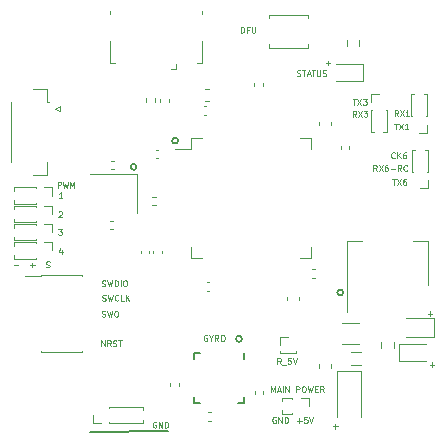
<source format=gbr>
%TF.GenerationSoftware,KiCad,Pcbnew,(6.0.5)*%
%TF.CreationDate,2022-08-04T14:13:52+02:00*%
%TF.ProjectId,DroneHardware,44726f6e-6548-4617-9264-776172652e6b,rev?*%
%TF.SameCoordinates,Original*%
%TF.FileFunction,Legend,Top*%
%TF.FilePolarity,Positive*%
%FSLAX46Y46*%
G04 Gerber Fmt 4.6, Leading zero omitted, Abs format (unit mm)*
G04 Created by KiCad (PCBNEW (6.0.5)) date 2022-08-04 14:13:52*
%MOMM*%
%LPD*%
G01*
G04 APERTURE LIST*
%ADD10C,0.100000*%
%ADD11C,0.150000*%
%ADD12C,0.120000*%
G04 APERTURE END LIST*
D10*
X154719523Y-87585714D02*
X155100476Y-87585714D01*
X154910000Y-87776190D02*
X154910000Y-87395238D01*
X155359523Y-118355714D02*
X155740476Y-118355714D01*
X155550000Y-118546190D02*
X155550000Y-118165238D01*
X163349523Y-108805714D02*
X163730476Y-108805714D01*
X163540000Y-108996190D02*
X163540000Y-108615238D01*
X163529523Y-113125714D02*
X163910476Y-113125714D01*
X163720000Y-113316190D02*
X163720000Y-112935238D01*
D11*
X147635964Y-110950000D02*
G75*
G03*
X147635964Y-110950000I-252982J0D01*
G01*
X156215964Y-107030000D02*
G75*
G03*
X156215964Y-107030000I-252982J0D01*
G01*
X138715964Y-96390000D02*
G75*
G03*
X138715964Y-96390000I-252982J0D01*
G01*
X142230000Y-94170000D02*
G75*
G03*
X142230000Y-94170000I-252982J0D01*
G01*
X134790000Y-118800000D02*
X141370000Y-118790000D01*
D10*
X147542857Y-85036190D02*
X147542857Y-84536190D01*
X147661904Y-84536190D01*
X147733333Y-84560000D01*
X147780952Y-84607619D01*
X147804761Y-84655238D01*
X147828571Y-84750476D01*
X147828571Y-84821904D01*
X147804761Y-84917142D01*
X147780952Y-84964761D01*
X147733333Y-85012380D01*
X147661904Y-85036190D01*
X147542857Y-85036190D01*
X148209523Y-84774285D02*
X148042857Y-84774285D01*
X148042857Y-85036190D02*
X148042857Y-84536190D01*
X148280952Y-84536190D01*
X148471428Y-84536190D02*
X148471428Y-84940952D01*
X148495238Y-84988571D01*
X148519047Y-85012380D01*
X148566666Y-85036190D01*
X148661904Y-85036190D01*
X148709523Y-85012380D01*
X148733333Y-84988571D01*
X148757142Y-84940952D01*
X148757142Y-84536190D01*
X132027619Y-98156190D02*
X132027619Y-97656190D01*
X132218095Y-97656190D01*
X132265714Y-97680000D01*
X132289523Y-97703809D01*
X132313333Y-97751428D01*
X132313333Y-97822857D01*
X132289523Y-97870476D01*
X132265714Y-97894285D01*
X132218095Y-97918095D01*
X132027619Y-97918095D01*
X132480000Y-97656190D02*
X132599047Y-98156190D01*
X132694285Y-97799047D01*
X132789523Y-98156190D01*
X132908571Y-97656190D01*
X133099047Y-98156190D02*
X133099047Y-97656190D01*
X133265714Y-98013333D01*
X133432380Y-97656190D01*
X133432380Y-98156190D01*
X160530952Y-92726190D02*
X160816666Y-92726190D01*
X160673809Y-93226190D02*
X160673809Y-92726190D01*
X160935714Y-92726190D02*
X161269047Y-93226190D01*
X161269047Y-92726190D02*
X160935714Y-93226190D01*
X161721428Y-93226190D02*
X161435714Y-93226190D01*
X161578571Y-93226190D02*
X161578571Y-92726190D01*
X161530952Y-92797619D01*
X161483333Y-92845238D01*
X161435714Y-92869047D01*
X160576666Y-95618571D02*
X160552857Y-95642380D01*
X160481428Y-95666190D01*
X160433809Y-95666190D01*
X160362380Y-95642380D01*
X160314761Y-95594761D01*
X160290952Y-95547142D01*
X160267142Y-95451904D01*
X160267142Y-95380476D01*
X160290952Y-95285238D01*
X160314761Y-95237619D01*
X160362380Y-95190000D01*
X160433809Y-95166190D01*
X160481428Y-95166190D01*
X160552857Y-95190000D01*
X160576666Y-95213809D01*
X160790952Y-95666190D02*
X160790952Y-95166190D01*
X161076666Y-95666190D02*
X160862380Y-95380476D01*
X161076666Y-95166190D02*
X160790952Y-95451904D01*
X161505238Y-95166190D02*
X161410000Y-95166190D01*
X161362380Y-95190000D01*
X161338571Y-95213809D01*
X161290952Y-95285238D01*
X161267142Y-95380476D01*
X161267142Y-95570952D01*
X161290952Y-95618571D01*
X161314761Y-95642380D01*
X161362380Y-95666190D01*
X161457619Y-95666190D01*
X161505238Y-95642380D01*
X161529047Y-95618571D01*
X161552857Y-95570952D01*
X161552857Y-95451904D01*
X161529047Y-95404285D01*
X161505238Y-95380476D01*
X161457619Y-95356666D01*
X161362380Y-95356666D01*
X161314761Y-95380476D01*
X161290952Y-95404285D01*
X161267142Y-95451904D01*
X135819047Y-107702380D02*
X135890476Y-107726190D01*
X136009523Y-107726190D01*
X136057142Y-107702380D01*
X136080952Y-107678571D01*
X136104761Y-107630952D01*
X136104761Y-107583333D01*
X136080952Y-107535714D01*
X136057142Y-107511904D01*
X136009523Y-107488095D01*
X135914285Y-107464285D01*
X135866666Y-107440476D01*
X135842857Y-107416666D01*
X135819047Y-107369047D01*
X135819047Y-107321428D01*
X135842857Y-107273809D01*
X135866666Y-107250000D01*
X135914285Y-107226190D01*
X136033333Y-107226190D01*
X136104761Y-107250000D01*
X136271428Y-107226190D02*
X136390476Y-107726190D01*
X136485714Y-107369047D01*
X136580952Y-107726190D01*
X136700000Y-107226190D01*
X137176190Y-107678571D02*
X137152380Y-107702380D01*
X137080952Y-107726190D01*
X137033333Y-107726190D01*
X136961904Y-107702380D01*
X136914285Y-107654761D01*
X136890476Y-107607142D01*
X136866666Y-107511904D01*
X136866666Y-107440476D01*
X136890476Y-107345238D01*
X136914285Y-107297619D01*
X136961904Y-107250000D01*
X137033333Y-107226190D01*
X137080952Y-107226190D01*
X137152380Y-107250000D01*
X137176190Y-107273809D01*
X137628571Y-107726190D02*
X137390476Y-107726190D01*
X137390476Y-107226190D01*
X137795238Y-107726190D02*
X137795238Y-107226190D01*
X138080952Y-107726190D02*
X137866666Y-107440476D01*
X138080952Y-107226190D02*
X137795238Y-107511904D01*
X152307142Y-117875714D02*
X152688095Y-117875714D01*
X152497619Y-118066190D02*
X152497619Y-117685238D01*
X153164285Y-117566190D02*
X152926190Y-117566190D01*
X152902380Y-117804285D01*
X152926190Y-117780476D01*
X152973809Y-117756666D01*
X153092857Y-117756666D01*
X153140476Y-117780476D01*
X153164285Y-117804285D01*
X153188095Y-117851904D01*
X153188095Y-117970952D01*
X153164285Y-118018571D01*
X153140476Y-118042380D01*
X153092857Y-118066190D01*
X152973809Y-118066190D01*
X152926190Y-118042380D01*
X152902380Y-118018571D01*
X153330952Y-117566190D02*
X153497619Y-118066190D01*
X153664285Y-117566190D01*
X135790476Y-106482380D02*
X135861904Y-106506190D01*
X135980952Y-106506190D01*
X136028571Y-106482380D01*
X136052380Y-106458571D01*
X136076190Y-106410952D01*
X136076190Y-106363333D01*
X136052380Y-106315714D01*
X136028571Y-106291904D01*
X135980952Y-106268095D01*
X135885714Y-106244285D01*
X135838095Y-106220476D01*
X135814285Y-106196666D01*
X135790476Y-106149047D01*
X135790476Y-106101428D01*
X135814285Y-106053809D01*
X135838095Y-106030000D01*
X135885714Y-106006190D01*
X136004761Y-106006190D01*
X136076190Y-106030000D01*
X136242857Y-106006190D02*
X136361904Y-106506190D01*
X136457142Y-106149047D01*
X136552380Y-106506190D01*
X136671428Y-106006190D01*
X136861904Y-106506190D02*
X136861904Y-106006190D01*
X136980952Y-106006190D01*
X137052380Y-106030000D01*
X137100000Y-106077619D01*
X137123809Y-106125238D01*
X137147619Y-106220476D01*
X137147619Y-106291904D01*
X137123809Y-106387142D01*
X137100000Y-106434761D01*
X137052380Y-106482380D01*
X136980952Y-106506190D01*
X136861904Y-106506190D01*
X137361904Y-106506190D02*
X137361904Y-106006190D01*
X137695238Y-106006190D02*
X137790476Y-106006190D01*
X137838095Y-106030000D01*
X137885714Y-106077619D01*
X137909523Y-106172857D01*
X137909523Y-106339523D01*
X137885714Y-106434761D01*
X137838095Y-106482380D01*
X137790476Y-106506190D01*
X137695238Y-106506190D01*
X137647619Y-106482380D01*
X137600000Y-106434761D01*
X137576190Y-106339523D01*
X137576190Y-106172857D01*
X137600000Y-106077619D01*
X137647619Y-106030000D01*
X137695238Y-106006190D01*
X150931904Y-113076190D02*
X150765238Y-112838095D01*
X150646190Y-113076190D02*
X150646190Y-112576190D01*
X150836666Y-112576190D01*
X150884285Y-112600000D01*
X150908095Y-112623809D01*
X150931904Y-112671428D01*
X150931904Y-112742857D01*
X150908095Y-112790476D01*
X150884285Y-112814285D01*
X150836666Y-112838095D01*
X150646190Y-112838095D01*
X151027142Y-113123809D02*
X151408095Y-113123809D01*
X151765238Y-112576190D02*
X151527142Y-112576190D01*
X151503333Y-112814285D01*
X151527142Y-112790476D01*
X151574761Y-112766666D01*
X151693809Y-112766666D01*
X151741428Y-112790476D01*
X151765238Y-112814285D01*
X151789047Y-112861904D01*
X151789047Y-112980952D01*
X151765238Y-113028571D01*
X151741428Y-113052380D01*
X151693809Y-113076190D01*
X151574761Y-113076190D01*
X151527142Y-113052380D01*
X151503333Y-113028571D01*
X151931904Y-112576190D02*
X152098571Y-113076190D01*
X152265238Y-112576190D01*
X150489047Y-117600000D02*
X150441428Y-117576190D01*
X150370000Y-117576190D01*
X150298571Y-117600000D01*
X150250952Y-117647619D01*
X150227142Y-117695238D01*
X150203333Y-117790476D01*
X150203333Y-117861904D01*
X150227142Y-117957142D01*
X150250952Y-118004761D01*
X150298571Y-118052380D01*
X150370000Y-118076190D01*
X150417619Y-118076190D01*
X150489047Y-118052380D01*
X150512857Y-118028571D01*
X150512857Y-117861904D01*
X150417619Y-117861904D01*
X150727142Y-118076190D02*
X150727142Y-117576190D01*
X151012857Y-118076190D01*
X151012857Y-117576190D01*
X151250952Y-118076190D02*
X151250952Y-117576190D01*
X151370000Y-117576190D01*
X151441428Y-117600000D01*
X151489047Y-117647619D01*
X151512857Y-117695238D01*
X151536666Y-117790476D01*
X151536666Y-117861904D01*
X151512857Y-117957142D01*
X151489047Y-118004761D01*
X151441428Y-118052380D01*
X151370000Y-118076190D01*
X151250952Y-118076190D01*
X157000952Y-90636190D02*
X157286666Y-90636190D01*
X157143809Y-91136190D02*
X157143809Y-90636190D01*
X157405714Y-90636190D02*
X157739047Y-91136190D01*
X157739047Y-90636190D02*
X157405714Y-91136190D01*
X157881904Y-90636190D02*
X158191428Y-90636190D01*
X158024761Y-90826666D01*
X158096190Y-90826666D01*
X158143809Y-90850476D01*
X158167619Y-90874285D01*
X158191428Y-90921904D01*
X158191428Y-91040952D01*
X158167619Y-91088571D01*
X158143809Y-91112380D01*
X158096190Y-91136190D01*
X157953333Y-91136190D01*
X157905714Y-91112380D01*
X157881904Y-91088571D01*
X160838571Y-92086190D02*
X160671904Y-91848095D01*
X160552857Y-92086190D02*
X160552857Y-91586190D01*
X160743333Y-91586190D01*
X160790952Y-91610000D01*
X160814761Y-91633809D01*
X160838571Y-91681428D01*
X160838571Y-91752857D01*
X160814761Y-91800476D01*
X160790952Y-91824285D01*
X160743333Y-91848095D01*
X160552857Y-91848095D01*
X161005238Y-91586190D02*
X161338571Y-92086190D01*
X161338571Y-91586190D02*
X161005238Y-92086190D01*
X161790952Y-92086190D02*
X161505238Y-92086190D01*
X161648095Y-92086190D02*
X161648095Y-91586190D01*
X161600476Y-91657619D01*
X161552857Y-91705238D01*
X161505238Y-91729047D01*
X132083333Y-101656190D02*
X132392857Y-101656190D01*
X132226190Y-101846666D01*
X132297619Y-101846666D01*
X132345238Y-101870476D01*
X132369047Y-101894285D01*
X132392857Y-101941904D01*
X132392857Y-102060952D01*
X132369047Y-102108571D01*
X132345238Y-102132380D01*
X132297619Y-102156190D01*
X132154761Y-102156190D01*
X132107142Y-102132380D01*
X132083333Y-102108571D01*
X150083809Y-115476190D02*
X150083809Y-114976190D01*
X150250476Y-115333333D01*
X150417142Y-114976190D01*
X150417142Y-115476190D01*
X150631428Y-115333333D02*
X150869523Y-115333333D01*
X150583809Y-115476190D02*
X150750476Y-114976190D01*
X150917142Y-115476190D01*
X151083809Y-115476190D02*
X151083809Y-114976190D01*
X151321904Y-115476190D02*
X151321904Y-114976190D01*
X151607619Y-115476190D01*
X151607619Y-114976190D01*
X152226666Y-115476190D02*
X152226666Y-114976190D01*
X152417142Y-114976190D01*
X152464761Y-115000000D01*
X152488571Y-115023809D01*
X152512380Y-115071428D01*
X152512380Y-115142857D01*
X152488571Y-115190476D01*
X152464761Y-115214285D01*
X152417142Y-115238095D01*
X152226666Y-115238095D01*
X152821904Y-114976190D02*
X152917142Y-114976190D01*
X152964761Y-115000000D01*
X153012380Y-115047619D01*
X153036190Y-115142857D01*
X153036190Y-115309523D01*
X153012380Y-115404761D01*
X152964761Y-115452380D01*
X152917142Y-115476190D01*
X152821904Y-115476190D01*
X152774285Y-115452380D01*
X152726666Y-115404761D01*
X152702857Y-115309523D01*
X152702857Y-115142857D01*
X152726666Y-115047619D01*
X152774285Y-115000000D01*
X152821904Y-114976190D01*
X153202857Y-114976190D02*
X153321904Y-115476190D01*
X153417142Y-115119047D01*
X153512380Y-115476190D01*
X153631428Y-114976190D01*
X153821904Y-115214285D02*
X153988571Y-115214285D01*
X154060000Y-115476190D02*
X153821904Y-115476190D01*
X153821904Y-114976190D01*
X154060000Y-114976190D01*
X154560000Y-115476190D02*
X154393333Y-115238095D01*
X154274285Y-115476190D02*
X154274285Y-114976190D01*
X154464761Y-114976190D01*
X154512380Y-115000000D01*
X154536190Y-115023809D01*
X154560000Y-115071428D01*
X154560000Y-115142857D01*
X154536190Y-115190476D01*
X154512380Y-115214285D01*
X154464761Y-115238095D01*
X154274285Y-115238095D01*
X132375238Y-103432857D02*
X132375238Y-103766190D01*
X132256190Y-103242380D02*
X132137142Y-103599523D01*
X132446666Y-103599523D01*
X140359047Y-118000000D02*
X140311428Y-117976190D01*
X140240000Y-117976190D01*
X140168571Y-118000000D01*
X140120952Y-118047619D01*
X140097142Y-118095238D01*
X140073333Y-118190476D01*
X140073333Y-118261904D01*
X140097142Y-118357142D01*
X140120952Y-118404761D01*
X140168571Y-118452380D01*
X140240000Y-118476190D01*
X140287619Y-118476190D01*
X140359047Y-118452380D01*
X140382857Y-118428571D01*
X140382857Y-118261904D01*
X140287619Y-118261904D01*
X140597142Y-118476190D02*
X140597142Y-117976190D01*
X140882857Y-118476190D01*
X140882857Y-117976190D01*
X141120952Y-118476190D02*
X141120952Y-117976190D01*
X141240000Y-117976190D01*
X141311428Y-118000000D01*
X141359047Y-118047619D01*
X141382857Y-118095238D01*
X141406666Y-118190476D01*
X141406666Y-118261904D01*
X141382857Y-118357142D01*
X141359047Y-118404761D01*
X141311428Y-118452380D01*
X141240000Y-118476190D01*
X141120952Y-118476190D01*
X128320000Y-104705714D02*
X128700952Y-104705714D01*
X129700952Y-104705714D02*
X130081904Y-104705714D01*
X129891428Y-104896190D02*
X129891428Y-104515238D01*
X131058095Y-104872380D02*
X131129523Y-104896190D01*
X131248571Y-104896190D01*
X131296190Y-104872380D01*
X131320000Y-104848571D01*
X131343809Y-104800952D01*
X131343809Y-104753333D01*
X131320000Y-104705714D01*
X131296190Y-104681904D01*
X131248571Y-104658095D01*
X131153333Y-104634285D01*
X131105714Y-104610476D01*
X131081904Y-104586666D01*
X131058095Y-104539047D01*
X131058095Y-104491428D01*
X131081904Y-104443809D01*
X131105714Y-104420000D01*
X131153333Y-104396190D01*
X131272380Y-104396190D01*
X131343809Y-104420000D01*
X144684761Y-110640000D02*
X144637142Y-110616190D01*
X144565714Y-110616190D01*
X144494285Y-110640000D01*
X144446666Y-110687619D01*
X144422857Y-110735238D01*
X144399047Y-110830476D01*
X144399047Y-110901904D01*
X144422857Y-110997142D01*
X144446666Y-111044761D01*
X144494285Y-111092380D01*
X144565714Y-111116190D01*
X144613333Y-111116190D01*
X144684761Y-111092380D01*
X144708571Y-111068571D01*
X144708571Y-110901904D01*
X144613333Y-110901904D01*
X145018095Y-110878095D02*
X145018095Y-111116190D01*
X144851428Y-110616190D02*
X145018095Y-110878095D01*
X145184761Y-110616190D01*
X145637142Y-111116190D02*
X145470476Y-110878095D01*
X145351428Y-111116190D02*
X145351428Y-110616190D01*
X145541904Y-110616190D01*
X145589523Y-110640000D01*
X145613333Y-110663809D01*
X145637142Y-110711428D01*
X145637142Y-110782857D01*
X145613333Y-110830476D01*
X145589523Y-110854285D01*
X145541904Y-110878095D01*
X145351428Y-110878095D01*
X145946666Y-110616190D02*
X146041904Y-110616190D01*
X146089523Y-110640000D01*
X146137142Y-110687619D01*
X146160952Y-110782857D01*
X146160952Y-110949523D01*
X146137142Y-111044761D01*
X146089523Y-111092380D01*
X146041904Y-111116190D01*
X145946666Y-111116190D01*
X145899047Y-111092380D01*
X145851428Y-111044761D01*
X145827619Y-110949523D01*
X145827619Y-110782857D01*
X145851428Y-110687619D01*
X145899047Y-110640000D01*
X145946666Y-110616190D01*
X157308571Y-92146190D02*
X157141904Y-91908095D01*
X157022857Y-92146190D02*
X157022857Y-91646190D01*
X157213333Y-91646190D01*
X157260952Y-91670000D01*
X157284761Y-91693809D01*
X157308571Y-91741428D01*
X157308571Y-91812857D01*
X157284761Y-91860476D01*
X157260952Y-91884285D01*
X157213333Y-91908095D01*
X157022857Y-91908095D01*
X157475238Y-91646190D02*
X157808571Y-92146190D01*
X157808571Y-91646190D02*
X157475238Y-92146190D01*
X157951428Y-91646190D02*
X158260952Y-91646190D01*
X158094285Y-91836666D01*
X158165714Y-91836666D01*
X158213333Y-91860476D01*
X158237142Y-91884285D01*
X158260952Y-91931904D01*
X158260952Y-92050952D01*
X158237142Y-92098571D01*
X158213333Y-92122380D01*
X158165714Y-92146190D01*
X158022857Y-92146190D01*
X157975238Y-92122380D01*
X157951428Y-92098571D01*
X160370952Y-97416190D02*
X160656666Y-97416190D01*
X160513809Y-97916190D02*
X160513809Y-97416190D01*
X160775714Y-97416190D02*
X161109047Y-97916190D01*
X161109047Y-97416190D02*
X160775714Y-97916190D01*
X161513809Y-97416190D02*
X161418571Y-97416190D01*
X161370952Y-97440000D01*
X161347142Y-97463809D01*
X161299523Y-97535238D01*
X161275714Y-97630476D01*
X161275714Y-97820952D01*
X161299523Y-97868571D01*
X161323333Y-97892380D01*
X161370952Y-97916190D01*
X161466190Y-97916190D01*
X161513809Y-97892380D01*
X161537619Y-97868571D01*
X161561428Y-97820952D01*
X161561428Y-97701904D01*
X161537619Y-97654285D01*
X161513809Y-97630476D01*
X161466190Y-97606666D01*
X161370952Y-97606666D01*
X161323333Y-97630476D01*
X161299523Y-97654285D01*
X161275714Y-97701904D01*
X132107142Y-100183809D02*
X132130952Y-100160000D01*
X132178571Y-100136190D01*
X132297619Y-100136190D01*
X132345238Y-100160000D01*
X132369047Y-100183809D01*
X132392857Y-100231428D01*
X132392857Y-100279047D01*
X132369047Y-100350476D01*
X132083333Y-100636190D01*
X132392857Y-100636190D01*
X135779523Y-109052380D02*
X135850952Y-109076190D01*
X135970000Y-109076190D01*
X136017619Y-109052380D01*
X136041428Y-109028571D01*
X136065238Y-108980952D01*
X136065238Y-108933333D01*
X136041428Y-108885714D01*
X136017619Y-108861904D01*
X135970000Y-108838095D01*
X135874761Y-108814285D01*
X135827142Y-108790476D01*
X135803333Y-108766666D01*
X135779523Y-108719047D01*
X135779523Y-108671428D01*
X135803333Y-108623809D01*
X135827142Y-108600000D01*
X135874761Y-108576190D01*
X135993809Y-108576190D01*
X136065238Y-108600000D01*
X136231904Y-108576190D02*
X136350952Y-109076190D01*
X136446190Y-108719047D01*
X136541428Y-109076190D01*
X136660476Y-108576190D01*
X136946190Y-108576190D02*
X137041428Y-108576190D01*
X137089047Y-108600000D01*
X137136666Y-108647619D01*
X137160476Y-108742857D01*
X137160476Y-108909523D01*
X137136666Y-109004761D01*
X137089047Y-109052380D01*
X137041428Y-109076190D01*
X136946190Y-109076190D01*
X136898571Y-109052380D01*
X136850952Y-109004761D01*
X136827142Y-108909523D01*
X136827142Y-108742857D01*
X136850952Y-108647619D01*
X136898571Y-108600000D01*
X136946190Y-108576190D01*
X159049047Y-96736190D02*
X158882380Y-96498095D01*
X158763333Y-96736190D02*
X158763333Y-96236190D01*
X158953809Y-96236190D01*
X159001428Y-96260000D01*
X159025238Y-96283809D01*
X159049047Y-96331428D01*
X159049047Y-96402857D01*
X159025238Y-96450476D01*
X159001428Y-96474285D01*
X158953809Y-96498095D01*
X158763333Y-96498095D01*
X159215714Y-96236190D02*
X159549047Y-96736190D01*
X159549047Y-96236190D02*
X159215714Y-96736190D01*
X159953809Y-96236190D02*
X159858571Y-96236190D01*
X159810952Y-96260000D01*
X159787142Y-96283809D01*
X159739523Y-96355238D01*
X159715714Y-96450476D01*
X159715714Y-96640952D01*
X159739523Y-96688571D01*
X159763333Y-96712380D01*
X159810952Y-96736190D01*
X159906190Y-96736190D01*
X159953809Y-96712380D01*
X159977619Y-96688571D01*
X160001428Y-96640952D01*
X160001428Y-96521904D01*
X159977619Y-96474285D01*
X159953809Y-96450476D01*
X159906190Y-96426666D01*
X159810952Y-96426666D01*
X159763333Y-96450476D01*
X159739523Y-96474285D01*
X159715714Y-96521904D01*
X160215714Y-96545714D02*
X160596666Y-96545714D01*
X161120476Y-96736190D02*
X160953809Y-96498095D01*
X160834761Y-96736190D02*
X160834761Y-96236190D01*
X161025238Y-96236190D01*
X161072857Y-96260000D01*
X161096666Y-96283809D01*
X161120476Y-96331428D01*
X161120476Y-96402857D01*
X161096666Y-96450476D01*
X161072857Y-96474285D01*
X161025238Y-96498095D01*
X160834761Y-96498095D01*
X161620476Y-96688571D02*
X161596666Y-96712380D01*
X161525238Y-96736190D01*
X161477619Y-96736190D01*
X161406190Y-96712380D01*
X161358571Y-96664761D01*
X161334761Y-96617142D01*
X161310952Y-96521904D01*
X161310952Y-96450476D01*
X161334761Y-96355238D01*
X161358571Y-96307619D01*
X161406190Y-96260000D01*
X161477619Y-96236190D01*
X161525238Y-96236190D01*
X161596666Y-96260000D01*
X161620476Y-96283809D01*
X135728571Y-111576190D02*
X135728571Y-111076190D01*
X136014285Y-111576190D01*
X136014285Y-111076190D01*
X136538095Y-111576190D02*
X136371428Y-111338095D01*
X136252380Y-111576190D02*
X136252380Y-111076190D01*
X136442857Y-111076190D01*
X136490476Y-111100000D01*
X136514285Y-111123809D01*
X136538095Y-111171428D01*
X136538095Y-111242857D01*
X136514285Y-111290476D01*
X136490476Y-111314285D01*
X136442857Y-111338095D01*
X136252380Y-111338095D01*
X136728571Y-111552380D02*
X136800000Y-111576190D01*
X136919047Y-111576190D01*
X136966666Y-111552380D01*
X136990476Y-111528571D01*
X137014285Y-111480952D01*
X137014285Y-111433333D01*
X136990476Y-111385714D01*
X136966666Y-111361904D01*
X136919047Y-111338095D01*
X136823809Y-111314285D01*
X136776190Y-111290476D01*
X136752380Y-111266666D01*
X136728571Y-111219047D01*
X136728571Y-111171428D01*
X136752380Y-111123809D01*
X136776190Y-111100000D01*
X136823809Y-111076190D01*
X136942857Y-111076190D01*
X137014285Y-111100000D01*
X137157142Y-111076190D02*
X137442857Y-111076190D01*
X137300000Y-111576190D02*
X137300000Y-111076190D01*
X132442857Y-99006190D02*
X132157142Y-99006190D01*
X132300000Y-99006190D02*
X132300000Y-98506190D01*
X132252380Y-98577619D01*
X132204761Y-98625238D01*
X132157142Y-98649047D01*
X152301904Y-88682380D02*
X152373333Y-88706190D01*
X152492380Y-88706190D01*
X152540000Y-88682380D01*
X152563809Y-88658571D01*
X152587619Y-88610952D01*
X152587619Y-88563333D01*
X152563809Y-88515714D01*
X152540000Y-88491904D01*
X152492380Y-88468095D01*
X152397142Y-88444285D01*
X152349523Y-88420476D01*
X152325714Y-88396666D01*
X152301904Y-88349047D01*
X152301904Y-88301428D01*
X152325714Y-88253809D01*
X152349523Y-88230000D01*
X152397142Y-88206190D01*
X152516190Y-88206190D01*
X152587619Y-88230000D01*
X152730476Y-88206190D02*
X153016190Y-88206190D01*
X152873333Y-88706190D02*
X152873333Y-88206190D01*
X153159047Y-88563333D02*
X153397142Y-88563333D01*
X153111428Y-88706190D02*
X153278095Y-88206190D01*
X153444761Y-88706190D01*
X153540000Y-88206190D02*
X153825714Y-88206190D01*
X153682857Y-88706190D02*
X153682857Y-88206190D01*
X153992380Y-88206190D02*
X153992380Y-88610952D01*
X154016190Y-88658571D01*
X154040000Y-88682380D01*
X154087619Y-88706190D01*
X154182857Y-88706190D01*
X154230476Y-88682380D01*
X154254285Y-88658571D01*
X154278095Y-88610952D01*
X154278095Y-88206190D01*
X154492380Y-88682380D02*
X154563809Y-88706190D01*
X154682857Y-88706190D01*
X154730476Y-88682380D01*
X154754285Y-88658571D01*
X154778095Y-88610952D01*
X154778095Y-88563333D01*
X154754285Y-88515714D01*
X154730476Y-88491904D01*
X154682857Y-88468095D01*
X154587619Y-88444285D01*
X154540000Y-88420476D01*
X154516190Y-88396666D01*
X154492380Y-88349047D01*
X154492380Y-88301428D01*
X154516190Y-88253809D01*
X154540000Y-88230000D01*
X154587619Y-88206190D01*
X154706666Y-88206190D01*
X154778095Y-88230000D01*
D12*
%TO.C,J208*%
X130205000Y-102765000D02*
X128330000Y-102765000D01*
X130890000Y-102765000D02*
X131575000Y-102765000D01*
X128330000Y-103854493D02*
X128330000Y-104155000D01*
X128330000Y-102765000D02*
X128330000Y-103065507D01*
X130205000Y-104068276D02*
X130205000Y-104155000D01*
X131575000Y-102765000D02*
X131575000Y-103460000D01*
X130205000Y-104155000D02*
X128330000Y-104155000D01*
X130205000Y-102765000D02*
X130205000Y-102851724D01*
%TO.C,C8*%
X144867836Y-106870000D02*
X144652164Y-106870000D01*
X144867836Y-106150000D02*
X144652164Y-106150000D01*
%TO.C,C5*%
X156740000Y-94877836D02*
X156740000Y-94662164D01*
X156020000Y-94877836D02*
X156020000Y-94662164D01*
%TO.C,R201*%
X140250000Y-90596359D02*
X140250000Y-90903641D01*
X139490000Y-90596359D02*
X139490000Y-90903641D01*
%TO.C,R1*%
X148680000Y-89583641D02*
X148680000Y-89276359D01*
X149440000Y-89583641D02*
X149440000Y-89276359D01*
%TO.C,VR101*%
X163370000Y-102660000D02*
X162110000Y-102660000D01*
X156550000Y-102660000D02*
X157810000Y-102660000D01*
X163370000Y-106420000D02*
X163370000Y-102660000D01*
X156550000Y-108670000D02*
X156550000Y-102660000D01*
%TO.C,C6*%
X144412164Y-91960000D02*
X144627836Y-91960000D01*
X144412164Y-91240000D02*
X144627836Y-91240000D01*
%TO.C,C12*%
X136502164Y-100970000D02*
X136717836Y-100970000D01*
X136502164Y-101690000D02*
X136717836Y-101690000D01*
%TO.C,C4*%
X153590164Y-105762000D02*
X153805836Y-105762000D01*
X153590164Y-105042000D02*
X153805836Y-105042000D01*
%TO.C,C317*%
X148710000Y-115402164D02*
X148710000Y-115617836D01*
X149430000Y-115402164D02*
X149430000Y-115617836D01*
%TO.C,Y1*%
X138750000Y-97030000D02*
X134750000Y-97030000D01*
X138750000Y-100330000D02*
X138750000Y-97030000D01*
%TO.C,J210*%
X163315000Y-92125000D02*
X163315000Y-90250000D01*
X162011724Y-92125000D02*
X161925000Y-92125000D01*
X161925000Y-92125000D02*
X161925000Y-90250000D01*
X163315000Y-92810000D02*
X163315000Y-93495000D01*
X163315000Y-92125000D02*
X163228276Y-92125000D01*
X163315000Y-93495000D02*
X162620000Y-93495000D01*
X162225507Y-90250000D02*
X161925000Y-90250000D01*
X163315000Y-90250000D02*
X163014493Y-90250000D01*
%TO.C,J202*%
X151040000Y-117014493D02*
X151040000Y-117315000D01*
X152600000Y-115925000D02*
X153285000Y-115925000D01*
X151915000Y-115925000D02*
X151915000Y-116011724D01*
X151915000Y-115925000D02*
X151040000Y-115925000D01*
X153285000Y-115925000D02*
X153285000Y-116620000D01*
X151040000Y-115925000D02*
X151040000Y-116225507D01*
X151915000Y-117228276D02*
X151915000Y-117315000D01*
X151915000Y-117315000D02*
X151040000Y-117315000D01*
D11*
%TO.C,U303*%
X143550000Y-112120000D02*
X144075000Y-112120000D01*
X147850000Y-116420000D02*
X147850000Y-115895000D01*
X147850000Y-116420000D02*
X147325000Y-116420000D01*
X143550000Y-112120000D02*
X143550000Y-112645000D01*
X147850000Y-112120000D02*
X147850000Y-112645000D01*
X143550000Y-116420000D02*
X144075000Y-116420000D01*
X143550000Y-116420000D02*
X143550000Y-115895000D01*
D12*
%TO.C,J201*%
X144260000Y-83162500D02*
X144260000Y-83412500D01*
X136460000Y-85712500D02*
X136460000Y-87562500D01*
X144260000Y-85712500D02*
X144260000Y-87562500D01*
X142060000Y-88112500D02*
X142060000Y-87662500D01*
X142060000Y-88112500D02*
X141610000Y-88112500D01*
X136460000Y-87562500D02*
X136910000Y-87562500D01*
X144260000Y-87562500D02*
X143810000Y-87562500D01*
X136460000Y-83162500D02*
X136460000Y-83412500D01*
%TO.C,C316*%
X141580000Y-114712164D02*
X141580000Y-114927836D01*
X142300000Y-114712164D02*
X142300000Y-114927836D01*
%TO.C,C1*%
X151466500Y-107399420D02*
X151466500Y-107680580D01*
X152486500Y-107399420D02*
X152486500Y-107680580D01*
%TO.C,J204*%
X131100000Y-97060000D02*
X131100000Y-95960000D01*
X132193553Y-91200000D02*
X131840000Y-91450000D01*
X128110000Y-90910000D02*
X128110000Y-95990000D01*
X131100000Y-89840000D02*
X131100000Y-90940000D01*
X132193553Y-91700000D02*
X132193553Y-91200000D01*
X131100000Y-90940000D02*
X131340000Y-90940000D01*
X129980000Y-89840000D02*
X131100000Y-89840000D01*
X131840000Y-91450000D02*
X132193553Y-91700000D01*
X129980000Y-97060000D02*
X131100000Y-97060000D01*
%TO.C,C9*%
X139080000Y-103502164D02*
X139080000Y-103717836D01*
X139800000Y-103502164D02*
X139800000Y-103717836D01*
%TO.C,D102*%
X163240000Y-111365000D02*
X160955000Y-111365000D01*
X160955000Y-111365000D02*
X160955000Y-112835000D01*
X160955000Y-112835000D02*
X163240000Y-112835000D01*
%TO.C,J207*%
X130205000Y-101225000D02*
X128330000Y-101225000D01*
X128330000Y-102314493D02*
X128330000Y-102615000D01*
X131575000Y-101225000D02*
X131575000Y-101920000D01*
X130205000Y-102528276D02*
X130205000Y-102615000D01*
X128330000Y-101225000D02*
X128330000Y-101525507D01*
X130205000Y-101225000D02*
X130205000Y-101311724D01*
X130890000Y-101225000D02*
X131575000Y-101225000D01*
X130205000Y-102615000D02*
X128330000Y-102615000D01*
%TO.C,R3*%
X157542500Y-85652742D02*
X157542500Y-86127258D01*
X156497500Y-85652742D02*
X156497500Y-86127258D01*
%TO.C,R2*%
X140353641Y-98900000D02*
X140046359Y-98900000D01*
X140353641Y-99660000D02*
X140046359Y-99660000D01*
%TO.C,D1*%
X157875000Y-87645000D02*
X155590000Y-87645000D01*
X157875000Y-89115000D02*
X157875000Y-87645000D01*
X155590000Y-89115000D02*
X157875000Y-89115000D01*
%TO.C,F101*%
X154190000Y-113432779D02*
X154190000Y-113107221D01*
X155210000Y-113432779D02*
X155210000Y-113107221D01*
%TO.C,D101*%
X157700000Y-113710000D02*
X157700000Y-117610000D01*
X155700000Y-113710000D02*
X155700000Y-117610000D01*
X157700000Y-113710000D02*
X155700000Y-113710000D01*
%TO.C,J209*%
X162111724Y-96805000D02*
X162025000Y-96805000D01*
X163415000Y-96805000D02*
X163328276Y-96805000D01*
X162025000Y-96805000D02*
X162025000Y-94930000D01*
X163415000Y-98175000D02*
X162720000Y-98175000D01*
X163415000Y-96805000D02*
X163415000Y-94930000D01*
X162325507Y-94930000D02*
X162025000Y-94930000D01*
X163415000Y-97490000D02*
X163415000Y-98175000D01*
X163415000Y-94930000D02*
X163114493Y-94930000D01*
%TO.C,C10*%
X140140000Y-103482164D02*
X140140000Y-103697836D01*
X140860000Y-103482164D02*
X140860000Y-103697836D01*
%TO.C,R202*%
X141450000Y-90626359D02*
X141450000Y-90933641D01*
X140690000Y-90626359D02*
X140690000Y-90933641D01*
%TO.C,FB101*%
X156900378Y-112080000D02*
X157699622Y-112080000D01*
X156900378Y-113200000D02*
X157699622Y-113200000D01*
%TO.C,C11*%
X136787836Y-96580000D02*
X136572164Y-96580000D01*
X136787836Y-95860000D02*
X136572164Y-95860000D01*
%TO.C,J203*%
X130595000Y-112025000D02*
X134125000Y-112025000D01*
X130595000Y-105555000D02*
X130595000Y-105620000D01*
X130595000Y-105555000D02*
X134125000Y-105555000D01*
X130595000Y-111960000D02*
X130595000Y-112025000D01*
X129270000Y-105620000D02*
X130595000Y-105620000D01*
X134125000Y-111960000D02*
X134125000Y-112025000D01*
X134125000Y-105555000D02*
X134125000Y-105620000D01*
%TO.C,J206*%
X130205000Y-101065000D02*
X128330000Y-101065000D01*
X130890000Y-99675000D02*
X131575000Y-99675000D01*
X128330000Y-99675000D02*
X128330000Y-99975507D01*
X130205000Y-99675000D02*
X130205000Y-99761724D01*
X130205000Y-99675000D02*
X128330000Y-99675000D01*
X128330000Y-100764493D02*
X128330000Y-101065000D01*
X130205000Y-100978276D02*
X130205000Y-101065000D01*
X131575000Y-99675000D02*
X131575000Y-100370000D01*
%TO.C,C3*%
X154150000Y-92870580D02*
X154150000Y-92589420D01*
X155170000Y-92870580D02*
X155170000Y-92589420D01*
%TO.C,C2*%
X144529420Y-90790000D02*
X144810580Y-90790000D01*
X144529420Y-89770000D02*
X144810580Y-89770000D01*
%TO.C,C7*%
X140537836Y-95650000D02*
X140322164Y-95650000D01*
X140537836Y-94930000D02*
X140322164Y-94930000D01*
%TO.C,C315*%
X144802164Y-117150000D02*
X145017836Y-117150000D01*
X144802164Y-117870000D02*
X145017836Y-117870000D01*
%TO.C,J211*%
X159614493Y-93480000D02*
X159915000Y-93480000D01*
X158525000Y-90235000D02*
X159220000Y-90235000D01*
X159915000Y-91605000D02*
X159915000Y-93480000D01*
X158525000Y-91605000D02*
X158611724Y-91605000D01*
X158525000Y-91605000D02*
X158525000Y-93480000D01*
X159828276Y-91605000D02*
X159915000Y-91605000D01*
X158525000Y-90920000D02*
X158525000Y-90235000D01*
X158525000Y-93480000D02*
X158825507Y-93480000D01*
%TO.C,J205*%
X130205000Y-98135000D02*
X130205000Y-98221724D01*
X130205000Y-99525000D02*
X128330000Y-99525000D01*
X128330000Y-98135000D02*
X128330000Y-98435507D01*
X130205000Y-98135000D02*
X128330000Y-98135000D01*
X131575000Y-98135000D02*
X131575000Y-98830000D01*
X130890000Y-98135000D02*
X131575000Y-98135000D01*
X128330000Y-99224493D02*
X128330000Y-99525000D01*
X130205000Y-99438276D02*
X130205000Y-99525000D01*
%TO.C,C101*%
X157511252Y-111390000D02*
X156088748Y-111390000D01*
X157511252Y-109570000D02*
X156088748Y-109570000D01*
%TO.C,U1*%
X143300000Y-104140000D02*
X143300000Y-103190000D01*
X153520000Y-93920000D02*
X153520000Y-94870000D01*
X144250000Y-93920000D02*
X143300000Y-93920000D01*
X143300000Y-93920000D02*
X143300000Y-94870000D01*
X143300000Y-94870000D02*
X141960000Y-94870000D01*
X152570000Y-93920000D02*
X153520000Y-93920000D01*
X144250000Y-104140000D02*
X143300000Y-104140000D01*
X153520000Y-104140000D02*
X153520000Y-103190000D01*
X152570000Y-104140000D02*
X153520000Y-104140000D01*
%TO.C,SW1*%
X149890000Y-86305000D02*
X149890000Y-86005000D01*
X149890000Y-83505000D02*
X149890000Y-83805000D01*
X153190000Y-86305000D02*
X149890000Y-86305000D01*
X153190000Y-86005000D02*
X153190000Y-86305000D01*
X153190000Y-83805000D02*
X153190000Y-83505000D01*
X153190000Y-83505000D02*
X149890000Y-83505000D01*
%TO.C,J101*%
X150865000Y-111440000D02*
X150865000Y-110755000D01*
X152255000Y-112125000D02*
X152255000Y-112000000D01*
X150865000Y-112125000D02*
X150865000Y-112000000D01*
X150865000Y-110755000D02*
X151560000Y-110755000D01*
X152168276Y-112125000D02*
X152255000Y-112125000D01*
X150865000Y-112125000D02*
X150951724Y-112125000D01*
X150865000Y-112125000D02*
X152255000Y-112125000D01*
%TO.C,C102*%
X163870000Y-109205000D02*
X161560000Y-109205000D01*
X161560000Y-110775000D02*
X163870000Y-110775000D01*
X163870000Y-110775000D02*
X163870000Y-109205000D01*
%TO.C,J102*%
X136395000Y-116801724D02*
X136395000Y-116715000D01*
X135710000Y-118105000D02*
X135025000Y-118105000D01*
X139270000Y-118105000D02*
X139270000Y-117804493D01*
X136395000Y-118105000D02*
X136395000Y-118018276D01*
X135025000Y-118105000D02*
X135025000Y-117410000D01*
X139270000Y-117015507D02*
X139270000Y-116715000D01*
X136395000Y-116715000D02*
X139270000Y-116715000D01*
X136395000Y-118105000D02*
X139270000Y-118105000D01*
%TO.C,R101*%
X159447500Y-111222742D02*
X159447500Y-111697258D01*
X160492500Y-111222742D02*
X160492500Y-111697258D01*
%TD*%
M02*

</source>
